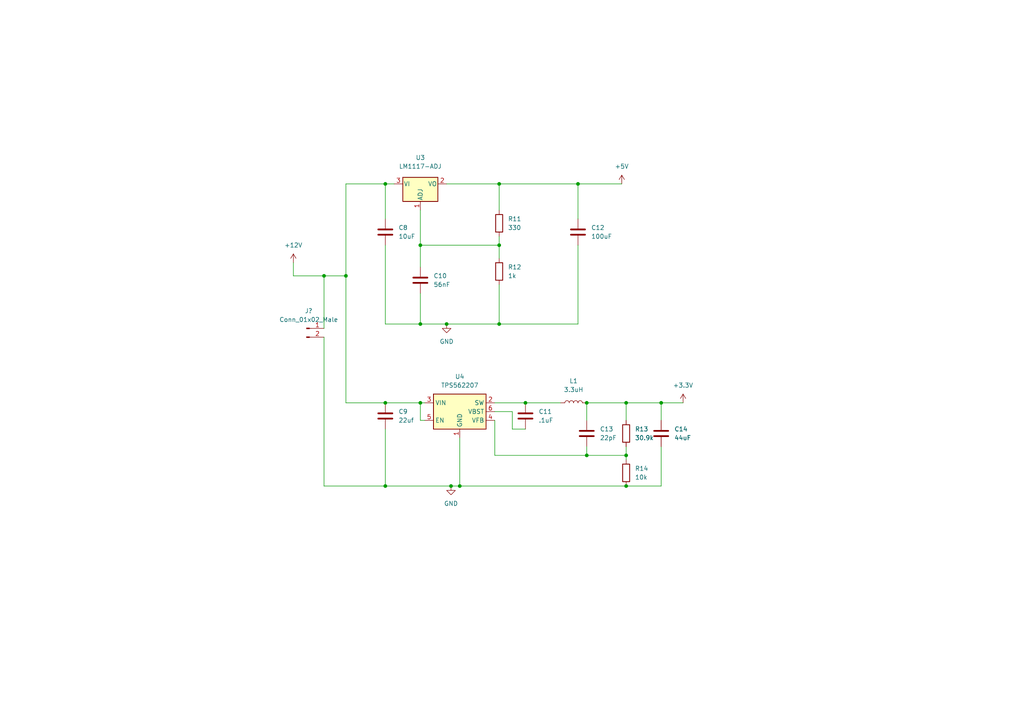
<source format=kicad_sch>
(kicad_sch (version 20211123) (generator eeschema)
  (paper "A4")
  (lib_symbols
    (symbol "Connector:Conn_01x02_Male" (pin_names (offset 1.016) hide)
      (property "Reference" "J" (at 0 2.54 0))
      (property "Value" "Conn_01x02_Male" (at 0 -5.08 0))
      (symbol "Conn_01x02_Male_1_1"
        (polyline (pts (xy 1.27 -2.54) (xy 0.8636 -2.54)) (stroke (width 0.1524)))
        (polyline (pts (xy 1.27 0) (xy 0.8636 0)) (stroke (width 0.1524)))
        (rectangle (start 0.8636 -2.413) (end 0 -2.667) (stroke (width 0.1524)) (fill (type outline)))
        (rectangle (start 0.8636 0.127) (end 0 -0.127) (stroke (width 0.1524)) (fill (type outline)))
        (pin passive line (at 5.08 0 180) (length 3.81) (name "Pin_1") (number "1"))
        (pin passive line (at 5.08 -2.54 180) (length 3.81) (name "Pin_2") (number "2"))
      )
    )
    (symbol "Device:C" (pin_numbers hide) (pin_names (offset 0.254))
      (property "Reference" "C" (at 0.635 2.54 0))
      (property "Value" "C" (at 0.635 -2.54 0))
      (symbol "C_0_1"
        (polyline (pts (xy -2.032 -0.762) (xy 2.032 -0.762)) (stroke (width 0.508)))
        (polyline (pts (xy -2.032 0.762) (xy 2.032 0.762)) (stroke (width 0.508)))
      )
      (symbol "C_1_1"
        (pin passive line (at 0 3.81 270) (length 2.794) (name "~") (number "1"))
        (pin passive line (at 0 -3.81 90) (length 2.794) (name "~") (number "2"))
      )
    )
    (symbol "Device:L" (pin_numbers hide) (pin_names (offset 1.016) hide)
      (property "Reference" "L" (at -1.27 0 90))
      (property "Value" "L" (at 1.905 0 90))
      (symbol "L_0_1"
        (arc (start 0 -2.54) (mid 0.635 -1.905) (end 0 -1.27))
        (arc (start 0 -1.27) (mid 0.635 -0.635) (end 0 0))
        (arc (start 0 0) (mid 0.635 0.635) (end 0 1.27))
        (arc (start 0 1.27) (mid 0.635 1.905) (end 0 2.54))
      )
      (symbol "L_1_1"
        (pin passive line (at 0 3.81 270) (length 1.27) (name "1") (number "1"))
        (pin passive line (at 0 -3.81 90) (length 1.27) (name "2") (number "2"))
      )
    )
    (symbol "Device:R" (pin_numbers hide) (pin_names (offset 0))
      (property "Reference" "R" (at 2.032 0 90))
      (property "Value" "R" (at 0 0 90))
      (symbol "R_0_1"
        (rectangle (start -1.016 -2.54) (end 1.016 2.54) (stroke (width 0.254)))
      )
      (symbol "R_1_1"
        (pin passive line (at 0 3.81 270) (length 1.27) (name "~") (number "1"))
        (pin passive line (at 0 -3.81 90) (length 1.27) (name "~") (number "2"))
      )
    )
    (symbol "Regulator_Linear:LM1117-ADJ" (pin_names (offset 0.254))
      (property "Reference" "U" (at -3.81 3.175 0))
      (property "Value" "LM1117-ADJ" (at 0 3.175 0))
      (symbol "LM1117-ADJ_0_1"
        (rectangle (start -5.08 -5.08) (end 5.08 1.905) (stroke (width 0.254)) (fill (type background)))
      )
      (symbol "LM1117-ADJ_1_1"
        (pin input line (at 0 -7.62 90) (length 2.54) (name "ADJ") (number "1"))
        (pin power_out line (at 7.62 0 180) (length 2.54) (name "VO") (number "2"))
        (pin power_in line (at -7.62 0 0) (length 2.54) (name "VI") (number "3"))
      )
    )
    (symbol "Regulator_Switching:TPS562200"
      (property "Reference" "U" (at -7.62 6.35 0))
      (property "Value" "TPS562200" (at -2.54 6.35 0))
      (symbol "TPS562200_0_1"
        (rectangle (start -7.62 5.08) (end 7.62 -5.08) (stroke (width 0.254)) (fill (type background)))
      )
      (symbol "TPS562200_1_1"
        (pin power_in line (at 0 -7.62 90) (length 2.54) (name "GND") (number "1"))
        (pin output line (at 10.16 2.54 180) (length 2.54) (name "SW") (number "2"))
        (pin power_in line (at -10.16 2.54 0) (length 2.54) (name "VIN") (number "3"))
        (pin input line (at 10.16 -2.54 180) (length 2.54) (name "VFB") (number "4"))
        (pin input line (at -10.16 -2.54 0) (length 2.54) (name "EN") (number "5"))
        (pin passive line (at 10.16 0 180) (length 2.54) (name "VBST") (number "6"))
      )
    )
    (symbol "power:+12V" (power) (pin_names (offset 0))
      (property "Value" "+12V" (at 0 3.556 0))
      (symbol "+12V_0_1"
        (polyline (pts (xy -0.762 1.27) (xy 0 2.54)))
        (polyline (pts (xy 0 0) (xy 0 2.54)))
        (polyline (pts (xy 0 2.54) (xy 0.762 1.27)))
      )
      (symbol "+12V_1_1"
        (pin power_in line (at 0 0 90) (length 0) hide (name "+12V") (number "1"))
      )
    )
    (symbol "power:+3.3V" (power) (pin_names (offset 0))
      (property "Value" "+3.3V" (at 0 3.556 0))
      (symbol "+3.3V_0_1"
        (polyline (pts (xy -0.762 1.27) (xy 0 2.54)))
        (polyline (pts (xy 0 0) (xy 0 2.54)))
        (polyline (pts (xy 0 2.54) (xy 0.762 1.27)))
      )
      (symbol "+3.3V_1_1"
        (pin power_in line (at 0 0 90) (length 0) hide (name "+3.3V") (number "1"))
      )
    )
    (symbol "power:+5V" (power) (pin_names (offset 0))
      (property "Value" "+5V" (at 0 3.556 0))
      (symbol "+5V_0_1"
        (polyline (pts (xy -0.762 1.27) (xy 0 2.54)))
        (polyline (pts (xy 0 0) (xy 0 2.54)))
        (polyline (pts (xy 0 2.54) (xy 0.762 1.27)))
      )
      (symbol "+5V_1_1"
        (pin power_in line (at 0 0 90) (length 0) hide (name "+5V") (number "1"))
      )
    )
    (symbol "power:GND" (power) (pin_names (offset 0))
      (property "Value" "GND" (at 0 -3.81 0))
      (symbol "GND_0_1"
        (polyline (pts (xy 0 0) (xy 0 -1.27) (xy 1.27 -1.27) (xy 0 -2.54) (xy -1.27 -1.27) (xy 0 -1.27)))
      )
      (symbol "GND_1_1"
        (pin power_in line (at 0 0 270) (length 0) hide (name "GND") (number "1"))
      )
    )
  )
  (junction (at 170.18 132.08))
  (junction (at 121.92 71.12))
  (junction (at 144.78 93.98))
  (junction (at 181.61 140.97))
  (junction (at 133.35 140.97))
  (junction (at 129.54 93.98))
  (junction (at 121.92 93.98))
  (junction (at 111.76 53.34))
  (junction (at 111.76 140.97))
  (junction (at 152.4 116.84))
  (junction (at 130.81 140.97))
  (junction (at 167.64 53.34))
  (junction (at 93.98 80.01))
  (junction (at 181.61 116.84))
  (junction (at 144.78 53.34))
  (junction (at 181.61 132.08))
  (junction (at 100.33 80.01))
  (junction (at 144.78 71.12))
  (junction (at 191.77 116.84))
  (junction (at 111.76 116.84))
  (junction (at 121.92 116.84))
  (junction (at 170.18 116.84))
  (wire (pts (xy 148.59 119.38) (xy 143.51 119.38)))
  (wire (pts (xy 93.98 80.01) (xy 85.09 80.01)))
  (wire (pts (xy 85.09 76.2) (xy 85.09 80.01)))
  (wire (pts (xy 191.77 116.84) (xy 198.12 116.84)))
  (wire (pts (xy 100.33 53.34) (xy 100.33 80.01)))
  (wire (pts (xy 152.4 116.84) (xy 162.56 116.84)))
  (wire (pts (xy 191.77 116.84) (xy 191.77 121.92)))
  (wire (pts (xy 121.92 93.98) (xy 129.54 93.98)))
  (wire (pts (xy 100.33 116.84) (xy 111.76 116.84)))
  (wire (pts (xy 191.77 140.97) (xy 181.61 140.97)))
  (wire (pts (xy 111.76 140.97) (xy 111.76 124.46)))
  (wire (pts (xy 133.35 140.97) (xy 130.81 140.97)))
  (wire (pts (xy 144.78 93.98) (xy 129.54 93.98)))
  (wire (pts (xy 111.76 53.34) (xy 114.3 53.34)))
  (wire (pts (xy 144.78 82.55) (xy 144.78 93.98)))
  (wire (pts (xy 121.92 71.12) (xy 144.78 71.12)))
  (wire (pts (xy 191.77 129.54) (xy 191.77 140.97)))
  (wire (pts (xy 143.51 121.92) (xy 143.51 132.08)))
  (wire (pts (xy 170.18 116.84) (xy 181.61 116.84)))
  (wire (pts (xy 100.33 80.01) (xy 100.33 116.84)))
  (wire (pts (xy 144.78 68.58) (xy 144.78 71.12)))
  (wire (pts (xy 181.61 116.84) (xy 181.61 121.92)))
  (wire (pts (xy 121.92 60.96) (xy 121.92 71.12)))
  (wire (pts (xy 93.98 97.79) (xy 93.98 140.97)))
  (wire (pts (xy 121.92 71.12) (xy 121.92 77.47)))
  (wire (pts (xy 121.92 85.09) (xy 121.92 93.98)))
  (wire (pts (xy 133.35 127) (xy 133.35 140.97)))
  (wire (pts (xy 143.51 116.84) (xy 152.4 116.84)))
  (wire (pts (xy 93.98 140.97) (xy 111.76 140.97)))
  (wire (pts (xy 129.54 53.34) (xy 144.78 53.34)))
  (wire (pts (xy 111.76 116.84) (xy 121.92 116.84)))
  (wire (pts (xy 170.18 129.54) (xy 170.18 132.08)))
  (wire (pts (xy 121.92 121.92) (xy 123.19 121.92)))
  (wire (pts (xy 181.61 129.54) (xy 181.61 132.08)))
  (wire (pts (xy 152.4 124.46) (xy 148.59 124.46)))
  (wire (pts (xy 111.76 71.12) (xy 111.76 93.98)))
  (wire (pts (xy 181.61 132.08) (xy 170.18 132.08)))
  (wire (pts (xy 167.64 93.98) (xy 144.78 93.98)))
  (wire (pts (xy 100.33 80.01) (xy 93.98 80.01)))
  (wire (pts (xy 181.61 116.84) (xy 191.77 116.84)))
  (wire (pts (xy 121.92 116.84) (xy 123.19 116.84)))
  (wire (pts (xy 167.64 71.12) (xy 167.64 93.98)))
  (wire (pts (xy 111.76 93.98) (xy 121.92 93.98)))
  (wire (pts (xy 144.78 53.34) (xy 167.64 53.34)))
  (wire (pts (xy 111.76 140.97) (xy 130.81 140.97)))
  (wire (pts (xy 121.92 116.84) (xy 121.92 121.92)))
  (wire (pts (xy 167.64 53.34) (xy 167.64 63.5)))
  (wire (pts (xy 181.61 140.97) (xy 133.35 140.97)))
  (wire (pts (xy 111.76 53.34) (xy 111.76 63.5)))
  (wire (pts (xy 170.18 132.08) (xy 143.51 132.08)))
  (wire (pts (xy 170.18 116.84) (xy 170.18 121.92)))
  (wire (pts (xy 100.33 53.34) (xy 111.76 53.34)))
  (wire (pts (xy 148.59 124.46) (xy 148.59 119.38)))
  (wire (pts (xy 144.78 71.12) (xy 144.78 74.93)))
  (wire (pts (xy 167.64 53.34) (xy 180.34 53.34)))
  (wire (pts (xy 144.78 53.34) (xy 144.78 60.96)))
  (wire (pts (xy 181.61 132.08) (xy 181.61 133.35)))
  (wire (pts (xy 93.98 80.01) (xy 93.98 95.25)))
  (symbol (lib_id "Device:R") (at 144.78 78.74 0) (unit 1)
    (property "Reference" "R12" (at 147.32 77.4699 0) (effects (justify left)))
    (property "Value" "1k" (at 147.32 80.0099 0) (effects (justify left)))
    (property "Footprint" "Resistor_SMD:R_0402_1005Metric" (effects hide))
  )
  (symbol (lib_id "Device:R") (at 144.78 64.77 0) (unit 1)
    (property "Reference" "R11" (at 147.32 63.4999 0) (effects (justify left)))
    (property "Value" "330" (at 147.32 66.0399 0) (effects (justify left)))
    (property "Footprint" "Resistor_SMD:R_0402_1005Metric" (effects hide))
  )
  (symbol (lib_id "power:+3.3V") (at 198.12 116.84 0) (unit 1)
    (property "Reference" "#PWR031" (effects hide))
    (property "Value" "+3.3V" (at 198.12 111.76 0))
  )
  (symbol (lib_id "Device:C") (at 170.18 125.73 0) (unit 1)
    (property "Reference" "C13" (at 173.99 124.46 0) (effects (justify left)))
    (property "Value" "22pF" (at 173.99 127 0) (effects (justify left)))
    (property "Footprint" "Capacitor_SMD:C_0201_0603Metric" (effects hide))
  )
  (symbol (lib_id "Device:C") (at 152.4 120.65 0) (unit 1)
    (property "Reference" "C11" (at 156.21 119.3799 0) (effects (justify left)))
    (property "Value" ".1uF" (at 156.21 121.9199 0) (effects (justify left)))
    (property "Footprint" "Capacitor_SMD:C_0805_2012Metric" (effects hide))
  )
  (symbol (lib_id "Device:C") (at 111.76 120.65 0) (unit 1)
    (property "Reference" "C9" (at 115.57 119.3799 0) (effects (justify left)))
    (property "Value" "22uf" (at 115.57 121.9199 0) (effects (justify left)))
    (property "Footprint" "Capacitor_SMD:C_0805_2012Metric" (effects hide))
  )
  (symbol (lib_id "power:+12V") (at 85.09 76.2 0) (unit 1)
    (property "Reference" "#PWR027" (effects hide))
    (property "Value" "+12V" (at 85.09 71.12 0))
  )
  (symbol (lib_id "power:+5V") (at 180.34 53.34 0) (unit 1)
    (property "Reference" "#PWR030" (effects hide))
    (property "Value" "+5V" (at 180.34 48.26 0))
  )
  (symbol (lib_id "Device:R") (at 181.61 137.16 0) (unit 1)
    (property "Reference" "R14" (at 184.15 135.8899 0) (effects (justify left)))
    (property "Value" "10k" (at 184.15 138.4299 0) (effects (justify left)))
    (property "Footprint" "Resistor_SMD:R_0201_0603Metric" (effects hide))
  )
  (symbol (lib_id "Connector:Conn_01x02_Male") (at 88.9 95.25 0) (unit 1)
    (property "Reference" "J?" (at 89.535 90.17 0))
    (property "Value" "Conn_01x02_Male" (at 89.535 92.71 0))
    (property "Footprint" "Connector_Molex:Molex_KK-396_A-41791-0002_1x02_P3.96mm_Vertical" (effects hide))
  )
  (symbol (lib_id "Device:C") (at 167.64 67.31 0) (unit 1)
    (property "Reference" "C12" (at 171.45 66.0399 0) (effects (justify left)))
    (property "Value" "100uF" (at 171.45 68.5799 0) (effects (justify left)))
    (property "Footprint" "Capacitor_SMD:CP_Elec_6.3x5.8" (effects hide))
  )
  (symbol (lib_id "Device:L") (at 166.37 116.84 90) (unit 1)
    (property "Reference" "L1" (at 166.37 110.49 90))
    (property "Value" "3.3uH" (at 166.37 113.03 90))
    (property "Footprint" "Inductor_SMD:L_Bourns_SRN6045TA" (effects hide))
  )
  (symbol (lib_id "power:GND") (at 129.54 93.98 0) (unit 1)
    (property "Reference" "#PWR028" (effects hide))
    (property "Value" "GND" (at 129.54 99.06 0))
  )
  (symbol (lib_id "power:GND") (at 130.81 140.97 0) (unit 1)
    (property "Reference" "#PWR029" (effects hide))
    (property "Value" "GND" (at 130.81 146.05 0))
  )
  (symbol (lib_id "Device:R") (at 181.61 125.73 0) (unit 1)
    (property "Reference" "R13" (at 184.15 124.4599 0) (effects (justify left)))
    (property "Value" "30.9k" (at 184.15 126.9999 0) (effects (justify left)))
    (property "Footprint" "Resistor_SMD:R_0201_0603Metric" (effects hide))
  )
  (symbol (lib_id "Device:C") (at 191.77 125.73 0) (unit 1)
    (property "Reference" "C14" (at 195.58 124.4599 0) (effects (justify left)))
    (property "Value" "44uF" (at 195.58 126.9999 0) (effects (justify left)))
    (property "Footprint" "Capacitor_SMD:C_0805_2012Metric" (effects hide))
  )
  (symbol (lib_id "Device:C") (at 111.76 67.31 0) (unit 1)
    (property "Reference" "C8" (at 115.57 66.0399 0) (effects (justify left)))
    (property "Value" "10uF" (at 115.57 68.5799 0) (effects (justify left)))
    (property "Footprint" "Capacitor_SMD:CP_Elec_4x5.8" (effects hide))
  )
  (symbol (lib_id "Regulator_Switching:TPS562200") (at 133.35 119.38 0) (unit 1)
    (property "Reference" "U4" (at 133.35 109.22 0))
    (property "Value" "TPS562207" (at 133.35 111.76 0))
    (property "Footprint" "Package_TO_SOT_SMD:SOT-23-6" (effects hide))
    (property "Datasheet" "http://www.ti.com/lit/ds/symlink/tps563200.pdf" (effects hide))
  )
  (symbol (lib_id "Regulator_Linear:LM1117-ADJ") (at 121.92 53.34 0) (unit 1)
    (property "Reference" "U3" (at 121.92 45.72 0))
    (property "Value" "LM1117-ADJ" (at 121.92 48.26 0))
    (property "Footprint" "Package_TO_SOT_SMD:SOT-223-3_TabPin2" (effects hide))
    (property "Datasheet" "http://www.ti.com/lit/ds/symlink/lm1117.pdf" (effects hide))
  )
  (symbol (lib_id "Device:C") (at 121.92 81.28 0) (unit 1)
    (property "Reference" "C10" (at 125.73 80.0099 0) (effects (justify left)))
    (property "Value" "56nF" (at 125.73 82.5499 0) (effects (justify left)))
    (property "Footprint" "Capacitor_SMD:C_0402_1005Metric" (effects hide))
  )
)
</source>
